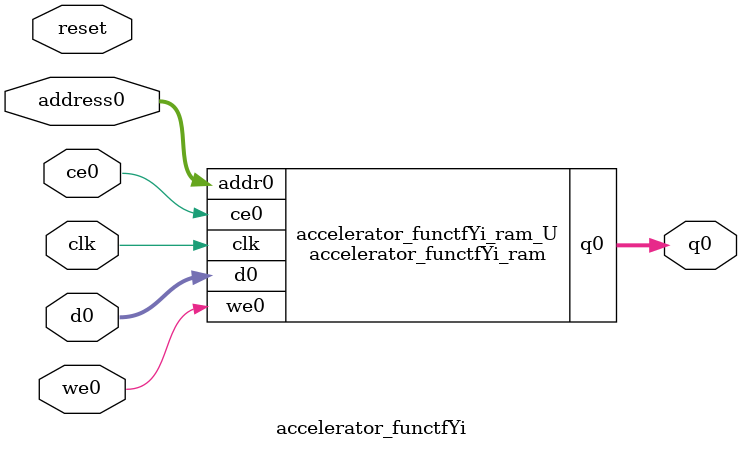
<source format=v>

`timescale 1 ns / 1 ps
module accelerator_functfYi_ram (addr0, ce0, d0, we0, q0,  clk);

parameter DWIDTH = 32;
parameter AWIDTH = 12;
parameter MEM_SIZE = 2500;

input[AWIDTH-1:0] addr0;
input ce0;
input[DWIDTH-1:0] d0;
input we0;
output reg[DWIDTH-1:0] q0;
input clk;

(* ram_style = "block" *)reg [DWIDTH-1:0] ram[0:MEM_SIZE-1];




always @(posedge clk)  
begin 
    if (ce0) 
    begin
        if (we0) 
        begin 
            ram[addr0] <= d0; 
            q0 <= d0;
        end 
        else 
            q0 <= ram[addr0];
    end
end


endmodule


`timescale 1 ns / 1 ps
module accelerator_functfYi(
    reset,
    clk,
    address0,
    ce0,
    we0,
    d0,
    q0);

parameter DataWidth = 32'd32;
parameter AddressRange = 32'd2500;
parameter AddressWidth = 32'd12;
input reset;
input clk;
input[AddressWidth - 1:0] address0;
input ce0;
input we0;
input[DataWidth - 1:0] d0;
output[DataWidth - 1:0] q0;



accelerator_functfYi_ram accelerator_functfYi_ram_U(
    .clk( clk ),
    .addr0( address0 ),
    .ce0( ce0 ),
    .we0( we0 ),
    .d0( d0 ),
    .q0( q0 ));

endmodule


</source>
